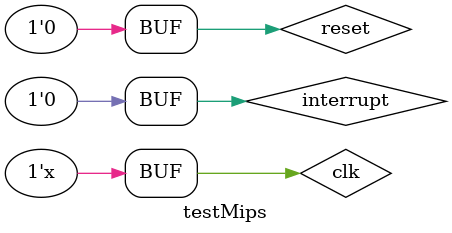
<source format=v>
`timescale 1ns / 1ps


module testMips;

	// Inputs
	reg clk;
	reg reset;
	reg interrupt;
	wire [31:0] addr;
	// Instantiate the Unit Under Test (UUT)
	mips uut (
		.clk(clk), 
		.reset(reset),
		.interrupt(interrupt),
		.addr(addr)
	);

	initial begin
		// Initialize Inputs
		clk = 0;
		reset = 1;
		interrupt = 0;
		// Wait 100 ns for global reset to finish
		#10;
        
		// Add stimulus here
		reset = 0;
		#10;
		// interrupt = 1;

	end
    always #5 clk = ~clk;
endmodule


</source>
